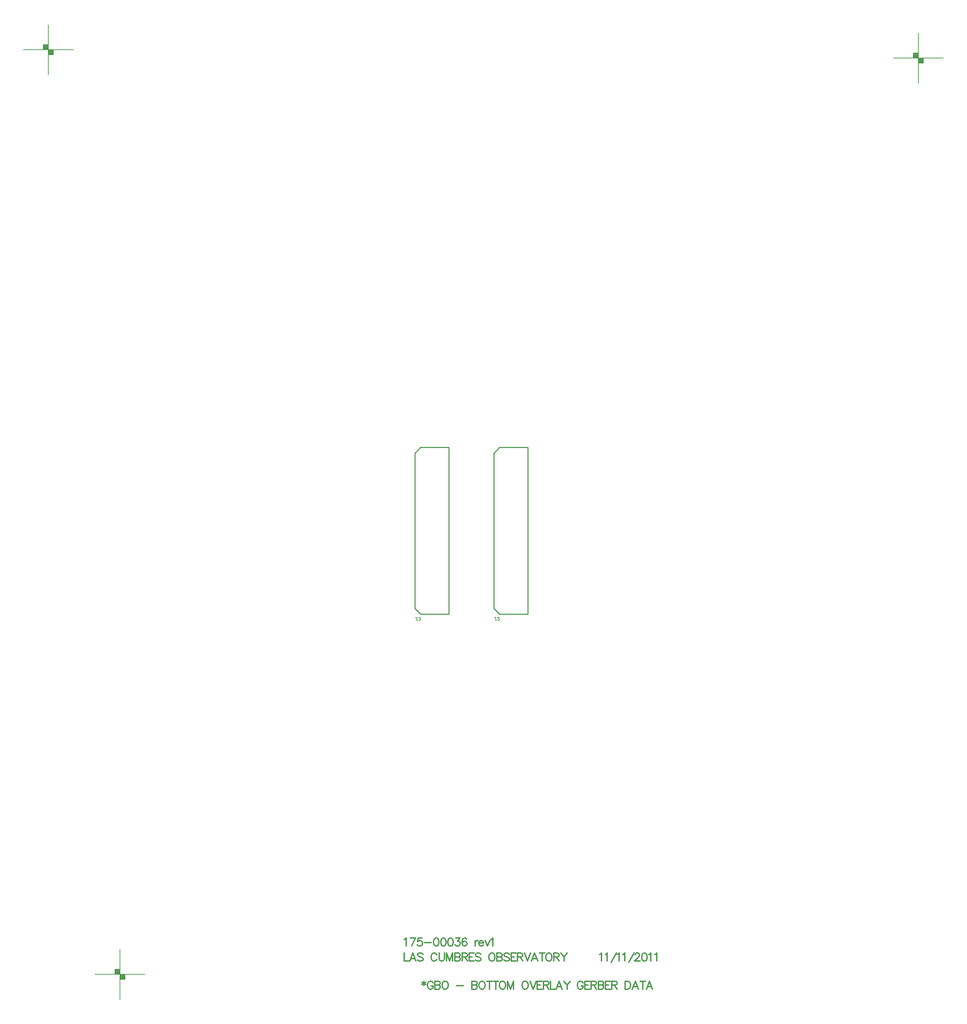
<source format=gbo>
%FSLAX23Y23*%
%MOIN*%
G70*
G01*
G75*
G04 Layer_Color=32896*
%ADD10R,0.020X0.024*%
%ADD11R,0.025X0.100*%
%ADD12R,0.057X0.012*%
%ADD13R,0.025X0.185*%
%ADD14R,0.024X0.020*%
%ADD15R,0.050X0.050*%
%ADD16R,0.050X0.050*%
%ADD17C,0.005*%
%ADD18C,0.010*%
%ADD19C,0.012*%
%ADD20C,0.008*%
%ADD21C,0.012*%
%ADD22C,0.012*%
%ADD23C,0.200*%
%ADD24C,0.039*%
%ADD25C,0.059*%
%ADD26R,0.059X0.059*%
%ADD27R,0.059X0.059*%
%ADD28C,0.020*%
%ADD29C,0.080*%
%ADD30C,0.010*%
%ADD31C,0.040*%
%ADD32C,0.160*%
%ADD33C,0.080*%
%ADD34C,0.075*%
G04:AMPARAMS|DCode=35|XSize=108mil|YSize=108mil|CornerRadius=0mil|HoleSize=0mil|Usage=FLASHONLY|Rotation=0.000|XOffset=0mil|YOffset=0mil|HoleType=Round|Shape=Relief|Width=20mil|Gap=8mil|Entries=4|*
%AMTHD35*
7,0,0,0.108,0.092,0.020,45*
%
%ADD35THD35*%
G04:AMPARAMS|DCode=36|XSize=91.433mil|YSize=91.433mil|CornerRadius=0mil|HoleSize=0mil|Usage=FLASHONLY|Rotation=0.000|XOffset=0mil|YOffset=0mil|HoleType=Round|Shape=Relief|Width=20mil|Gap=8mil|Entries=4|*
%AMTHD36*
7,0,0,0.091,0.075,0.020,45*
%
%ADD36THD36*%
%ADD37C,0.092*%
%ADD38C,0.046*%
G04:AMPARAMS|DCode=39|XSize=66mil|YSize=66mil|CornerRadius=0mil|HoleSize=0mil|Usage=FLASHONLY|Rotation=0.000|XOffset=0mil|YOffset=0mil|HoleType=Round|Shape=Relief|Width=20mil|Gap=8mil|Entries=4|*
%AMTHD39*
7,0,0,0.066,0.050,0.020,45*
%
%ADD39THD39*%
%ADD40C,0.050*%
G04:AMPARAMS|DCode=41|XSize=62mil|YSize=62mil|CornerRadius=0mil|HoleSize=0mil|Usage=FLASHONLY|Rotation=0.000|XOffset=0mil|YOffset=0mil|HoleType=Round|Shape=Relief|Width=20mil|Gap=8mil|Entries=4|*
%AMTHD41*
7,0,0,0.062,0.046,0.020,45*
%
%ADD41THD41*%
%ADD42R,0.017X0.100*%
%ADD43R,0.017X0.185*%
%ADD44R,0.089X0.011*%
%ADD45C,0.008*%
%ADD46C,0.010*%
%ADD47C,0.007*%
%ADD48R,0.209X0.156*%
%ADD49R,0.026X0.030*%
%ADD50R,0.031X0.106*%
%ADD51R,0.061X0.016*%
%ADD52R,0.031X0.191*%
%ADD53R,0.030X0.026*%
%ADD54R,0.056X0.056*%
%ADD55R,0.056X0.056*%
%ADD56C,0.206*%
%ADD57C,0.045*%
%ADD58C,0.065*%
%ADD59R,0.065X0.065*%
%ADD60R,0.065X0.065*%
%ADD61C,0.060*%
%ADD62C,0.086*%
%ADD63C,0.016*%
%ADD64C,0.026*%
%ADD65R,1.675X0.450*%
%ADD66R,0.021X0.104*%
%ADD67R,0.021X0.189*%
%ADD68R,0.023X0.191*%
%ADD69R,0.093X0.015*%
%ADD70R,0.093X0.015*%
D17*
X30216Y19143D02*
X30206D01*
X30211D01*
Y19168D01*
X30206Y19173D01*
X30201D01*
X30196Y19168D01*
X30226Y19148D02*
X30231Y19143D01*
X30241D01*
X30246Y19148D01*
Y19153D01*
X30241Y19158D01*
X30236D01*
X30241D01*
X30246Y19163D01*
Y19168D01*
X30241Y19173D01*
X30231D01*
X30226Y19168D01*
X31006Y19143D02*
X30996D01*
X31001D01*
Y19168D01*
X30996Y19173D01*
X30991D01*
X30986Y19168D01*
X31036Y19173D02*
X31016D01*
X31036Y19153D01*
Y19148D01*
X31031Y19143D01*
X31021D01*
X31016Y19148D01*
D18*
X30248Y19207D02*
X30530D01*
X30191Y19264D02*
X30248Y19207D01*
X30191Y19264D02*
Y20814D01*
X30248Y20871D02*
X30530D01*
X30191Y20814D02*
X30248Y20871D01*
X30191Y20814D02*
X30247Y20871D01*
X30530Y19207D02*
Y20871D01*
X31038Y19207D02*
X31320D01*
X30981Y19264D02*
X31038Y19207D01*
X30981Y19264D02*
Y20814D01*
X31038Y20871D02*
X31320D01*
X30981Y20814D02*
X31038Y20871D01*
X30981Y20814D02*
X31037Y20871D01*
X31320Y19207D02*
Y20871D01*
D19*
X30280Y15537D02*
Y15491D01*
X30261Y15526D02*
X30299Y15503D01*
Y15526D02*
X30261Y15503D01*
X30373Y15518D02*
X30369Y15526D01*
X30361Y15533D01*
X30354Y15537D01*
X30339D01*
X30331Y15533D01*
X30323Y15526D01*
X30319Y15518D01*
X30316Y15507D01*
Y15488D01*
X30319Y15476D01*
X30323Y15469D01*
X30331Y15461D01*
X30339Y15457D01*
X30354D01*
X30361Y15461D01*
X30369Y15469D01*
X30373Y15476D01*
Y15488D01*
X30354D02*
X30373D01*
X30391Y15537D02*
Y15457D01*
Y15537D02*
X30425D01*
X30437Y15533D01*
X30441Y15530D01*
X30444Y15522D01*
Y15514D01*
X30441Y15507D01*
X30437Y15503D01*
X30425Y15499D01*
X30391D02*
X30425D01*
X30437Y15495D01*
X30441Y15491D01*
X30444Y15484D01*
Y15472D01*
X30441Y15465D01*
X30437Y15461D01*
X30425Y15457D01*
X30391D01*
X30485Y15537D02*
X30478Y15533D01*
X30470Y15526D01*
X30466Y15518D01*
X30462Y15507D01*
Y15488D01*
X30466Y15476D01*
X30470Y15469D01*
X30478Y15461D01*
X30485Y15457D01*
X30500D01*
X30508Y15461D01*
X30516Y15469D01*
X30519Y15476D01*
X30523Y15488D01*
Y15507D01*
X30519Y15518D01*
X30516Y15526D01*
X30508Y15533D01*
X30500Y15537D01*
X30485D01*
X30605Y15491D02*
X30673D01*
X30760Y15537D02*
Y15457D01*
Y15537D02*
X30794D01*
X30805Y15533D01*
X30809Y15530D01*
X30813Y15522D01*
Y15514D01*
X30809Y15507D01*
X30805Y15503D01*
X30794Y15499D01*
X30760D02*
X30794D01*
X30805Y15495D01*
X30809Y15491D01*
X30813Y15484D01*
Y15472D01*
X30809Y15465D01*
X30805Y15461D01*
X30794Y15457D01*
X30760D01*
X30854Y15537D02*
X30846Y15533D01*
X30839Y15526D01*
X30835Y15518D01*
X30831Y15507D01*
Y15488D01*
X30835Y15476D01*
X30839Y15469D01*
X30846Y15461D01*
X30854Y15457D01*
X30869D01*
X30877Y15461D01*
X30884Y15469D01*
X30888Y15476D01*
X30892Y15488D01*
Y15507D01*
X30888Y15518D01*
X30884Y15526D01*
X30877Y15533D01*
X30869Y15537D01*
X30854D01*
X30937D02*
Y15457D01*
X30911Y15537D02*
X30964D01*
X31000D02*
Y15457D01*
X30973Y15537D02*
X31027D01*
X31059D02*
X31051Y15533D01*
X31044Y15526D01*
X31040Y15518D01*
X31036Y15507D01*
Y15488D01*
X31040Y15476D01*
X31044Y15469D01*
X31051Y15461D01*
X31059Y15457D01*
X31074D01*
X31082Y15461D01*
X31090Y15469D01*
X31093Y15476D01*
X31097Y15488D01*
Y15507D01*
X31093Y15518D01*
X31090Y15526D01*
X31082Y15533D01*
X31074Y15537D01*
X31059D01*
X31116D02*
Y15457D01*
Y15537D02*
X31146Y15457D01*
X31177Y15537D02*
X31146Y15457D01*
X31177Y15537D02*
Y15457D01*
X31285Y15537D02*
X31278Y15533D01*
X31270Y15526D01*
X31266Y15518D01*
X31262Y15507D01*
Y15488D01*
X31266Y15476D01*
X31270Y15469D01*
X31278Y15461D01*
X31285Y15457D01*
X31301D01*
X31308Y15461D01*
X31316Y15469D01*
X31320Y15476D01*
X31323Y15488D01*
Y15507D01*
X31320Y15518D01*
X31316Y15526D01*
X31308Y15533D01*
X31301Y15537D01*
X31285D01*
X31342D02*
X31373Y15457D01*
X31403Y15537D02*
X31373Y15457D01*
X31463Y15537D02*
X31413D01*
Y15457D01*
X31463D01*
X31413Y15499D02*
X31444D01*
X31476Y15537D02*
Y15457D01*
Y15537D02*
X31510D01*
X31522Y15533D01*
X31526Y15530D01*
X31529Y15522D01*
Y15514D01*
X31526Y15507D01*
X31522Y15503D01*
X31510Y15499D01*
X31476D01*
X31503D02*
X31529Y15457D01*
X31547Y15537D02*
Y15457D01*
X31593D01*
X31663D02*
X31632Y15537D01*
X31602Y15457D01*
X31613Y15484D02*
X31651D01*
X31681Y15537D02*
X31712Y15499D01*
Y15457D01*
X31742Y15537D02*
X31712Y15499D01*
X31873Y15518D02*
X31869Y15526D01*
X31861Y15533D01*
X31854Y15537D01*
X31838D01*
X31831Y15533D01*
X31823Y15526D01*
X31819Y15518D01*
X31816Y15507D01*
Y15488D01*
X31819Y15476D01*
X31823Y15469D01*
X31831Y15461D01*
X31838Y15457D01*
X31854D01*
X31861Y15461D01*
X31869Y15469D01*
X31873Y15476D01*
Y15488D01*
X31854D02*
X31873D01*
X31940Y15537D02*
X31891D01*
Y15457D01*
X31940D01*
X31891Y15499D02*
X31921D01*
X31954Y15537D02*
Y15457D01*
Y15537D02*
X31988D01*
X31999Y15533D01*
X32003Y15530D01*
X32007Y15522D01*
Y15514D01*
X32003Y15507D01*
X31999Y15503D01*
X31988Y15499D01*
X31954D01*
X31980D02*
X32007Y15457D01*
X32025Y15537D02*
Y15457D01*
Y15537D02*
X32059D01*
X32071Y15533D01*
X32075Y15530D01*
X32078Y15522D01*
Y15514D01*
X32075Y15507D01*
X32071Y15503D01*
X32059Y15499D01*
X32025D02*
X32059D01*
X32071Y15495D01*
X32075Y15491D01*
X32078Y15484D01*
Y15472D01*
X32075Y15465D01*
X32071Y15461D01*
X32059Y15457D01*
X32025D01*
X32146Y15537D02*
X32096D01*
Y15457D01*
X32146D01*
X32096Y15499D02*
X32127D01*
X32159Y15537D02*
Y15457D01*
Y15537D02*
X32193D01*
X32205Y15533D01*
X32209Y15530D01*
X32212Y15522D01*
Y15514D01*
X32209Y15507D01*
X32205Y15503D01*
X32193Y15499D01*
X32159D01*
X32186D02*
X32212Y15457D01*
X32293Y15537D02*
Y15457D01*
Y15537D02*
X32320D01*
X32331Y15533D01*
X32339Y15526D01*
X32343Y15518D01*
X32346Y15507D01*
Y15488D01*
X32343Y15476D01*
X32339Y15469D01*
X32331Y15461D01*
X32320Y15457D01*
X32293D01*
X32425D02*
X32395Y15537D01*
X32364Y15457D01*
X32376Y15484D02*
X32414D01*
X32471Y15537D02*
Y15457D01*
X32444Y15537D02*
X32497D01*
X32568Y15457D02*
X32537Y15537D01*
X32507Y15457D01*
X32518Y15484D02*
X32556D01*
D20*
X27210Y15632D02*
X27220D01*
X27210Y15627D02*
Y15637D01*
Y15627D02*
X27220D01*
Y15637D01*
X27210D02*
X27220D01*
X27205Y15622D02*
Y15637D01*
Y15622D02*
X27225D01*
Y15642D01*
X27205D02*
X27225D01*
X27200Y15617D02*
Y15642D01*
Y15617D02*
X27230D01*
Y15647D01*
X27200D02*
X27230D01*
X27195Y15612D02*
Y15652D01*
Y15612D02*
X27235D01*
Y15652D01*
X27195D02*
X27235D01*
X27260Y15582D02*
X27270D01*
X27260Y15577D02*
Y15587D01*
Y15577D02*
X27270D01*
Y15587D01*
X27260D02*
X27270D01*
X27255Y15572D02*
Y15587D01*
Y15572D02*
X27275D01*
Y15592D01*
X27255D02*
X27275D01*
X27250Y15567D02*
Y15592D01*
Y15567D02*
X27280D01*
Y15597D01*
X27250D02*
X27280D01*
X27245Y15562D02*
Y15602D01*
Y15562D02*
X27285D01*
Y15602D01*
X27245D02*
X27285D01*
X27240Y15557D02*
X27290D01*
Y15607D01*
X27190Y15657D02*
X27240D01*
X27190Y15607D02*
Y15657D01*
X27240Y15357D02*
Y15857D01*
X26990Y15607D02*
X27490D01*
X35198Y24788D02*
X35208D01*
X35198Y24783D02*
Y24793D01*
Y24783D02*
X35208D01*
Y24793D01*
X35198D02*
X35208D01*
X35193Y24778D02*
Y24793D01*
Y24778D02*
X35213D01*
Y24798D01*
X35193D02*
X35213D01*
X35188Y24773D02*
Y24798D01*
Y24773D02*
X35218D01*
Y24803D01*
X35188D02*
X35218D01*
X35183Y24768D02*
Y24808D01*
Y24768D02*
X35223D01*
Y24808D01*
X35183D02*
X35223D01*
X35248Y24738D02*
X35258D01*
X35248Y24733D02*
Y24743D01*
Y24733D02*
X35258D01*
Y24743D01*
X35248D02*
X35258D01*
X35243Y24728D02*
Y24743D01*
Y24728D02*
X35263D01*
Y24748D01*
X35243D02*
X35263D01*
X35238Y24723D02*
Y24748D01*
Y24723D02*
X35268D01*
Y24753D01*
X35238D02*
X35268D01*
X35233Y24718D02*
Y24758D01*
Y24718D02*
X35273D01*
Y24758D01*
X35233D02*
X35273D01*
X35228Y24713D02*
X35278D01*
Y24763D01*
X35178Y24813D02*
X35228D01*
X35178Y24763D02*
Y24813D01*
X35228Y24513D02*
Y25013D01*
X34978Y24763D02*
X35478D01*
X26494Y24871D02*
X26504D01*
X26494Y24866D02*
Y24876D01*
Y24866D02*
X26504D01*
Y24876D01*
X26494D02*
X26504D01*
X26489Y24861D02*
Y24876D01*
Y24861D02*
X26509D01*
Y24881D01*
X26489D02*
X26509D01*
X26484Y24856D02*
Y24881D01*
Y24856D02*
X26514D01*
Y24886D01*
X26484D02*
X26514D01*
X26479Y24851D02*
Y24891D01*
Y24851D02*
X26519D01*
Y24891D01*
X26479D02*
X26519D01*
X26544Y24821D02*
X26554D01*
X26544Y24816D02*
Y24826D01*
Y24816D02*
X26554D01*
Y24826D01*
X26544D02*
X26554D01*
X26539Y24811D02*
Y24826D01*
Y24811D02*
X26559D01*
Y24831D01*
X26539D02*
X26559D01*
X26534Y24806D02*
Y24831D01*
Y24806D02*
X26564D01*
Y24836D01*
X26534D02*
X26564D01*
X26529Y24801D02*
Y24841D01*
Y24801D02*
X26569D01*
Y24841D01*
X26529D02*
X26569D01*
X26524Y24796D02*
X26574D01*
Y24846D01*
X26474Y24896D02*
X26524D01*
X26474Y24846D02*
Y24896D01*
X26524Y24596D02*
Y25096D01*
X26274Y24846D02*
X26774D01*
D21*
X30084Y15818D02*
Y15738D01*
X30130D01*
X30200D02*
X30169Y15818D01*
X30139Y15738D01*
X30150Y15764D02*
X30188D01*
X30272Y15806D02*
X30264Y15814D01*
X30253Y15818D01*
X30237D01*
X30226Y15814D01*
X30218Y15806D01*
Y15799D01*
X30222Y15791D01*
X30226Y15787D01*
X30234Y15783D01*
X30256Y15776D01*
X30264Y15772D01*
X30268Y15768D01*
X30272Y15761D01*
Y15749D01*
X30264Y15742D01*
X30253Y15738D01*
X30237D01*
X30226Y15742D01*
X30218Y15749D01*
X30409Y15799D02*
X30406Y15806D01*
X30398Y15814D01*
X30390Y15818D01*
X30375D01*
X30368Y15814D01*
X30360Y15806D01*
X30356Y15799D01*
X30352Y15787D01*
Y15768D01*
X30356Y15757D01*
X30360Y15749D01*
X30368Y15742D01*
X30375Y15738D01*
X30390D01*
X30398Y15742D01*
X30406Y15749D01*
X30409Y15757D01*
X30432Y15818D02*
Y15761D01*
X30436Y15749D01*
X30443Y15742D01*
X30455Y15738D01*
X30462D01*
X30474Y15742D01*
X30481Y15749D01*
X30485Y15761D01*
Y15818D01*
X30507D02*
Y15738D01*
Y15818D02*
X30538Y15738D01*
X30568Y15818D02*
X30538Y15738D01*
X30568Y15818D02*
Y15738D01*
X30591Y15818D02*
Y15738D01*
Y15818D02*
X30625D01*
X30637Y15814D01*
X30641Y15810D01*
X30644Y15803D01*
Y15795D01*
X30641Y15787D01*
X30637Y15783D01*
X30625Y15780D01*
X30591D02*
X30625D01*
X30637Y15776D01*
X30641Y15772D01*
X30644Y15764D01*
Y15753D01*
X30641Y15745D01*
X30637Y15742D01*
X30625Y15738D01*
X30591D01*
X30662Y15818D02*
Y15738D01*
Y15818D02*
X30697D01*
X30708Y15814D01*
X30712Y15810D01*
X30716Y15803D01*
Y15795D01*
X30712Y15787D01*
X30708Y15783D01*
X30697Y15780D01*
X30662D01*
X30689D02*
X30716Y15738D01*
X30783Y15818D02*
X30734D01*
Y15738D01*
X30783D01*
X30734Y15780D02*
X30764D01*
X30850Y15806D02*
X30842Y15814D01*
X30831Y15818D01*
X30815D01*
X30804Y15814D01*
X30796Y15806D01*
Y15799D01*
X30800Y15791D01*
X30804Y15787D01*
X30812Y15783D01*
X30835Y15776D01*
X30842Y15772D01*
X30846Y15768D01*
X30850Y15761D01*
Y15749D01*
X30842Y15742D01*
X30831Y15738D01*
X30815D01*
X30804Y15742D01*
X30796Y15749D01*
X30953Y15818D02*
X30946Y15814D01*
X30938Y15806D01*
X30934Y15799D01*
X30931Y15787D01*
Y15768D01*
X30934Y15757D01*
X30938Y15749D01*
X30946Y15742D01*
X30953Y15738D01*
X30969D01*
X30976Y15742D01*
X30984Y15749D01*
X30988Y15757D01*
X30991Y15768D01*
Y15787D01*
X30988Y15799D01*
X30984Y15806D01*
X30976Y15814D01*
X30969Y15818D01*
X30953D01*
X31010D02*
Y15738D01*
Y15818D02*
X31044D01*
X31056Y15814D01*
X31060Y15810D01*
X31063Y15803D01*
Y15795D01*
X31060Y15787D01*
X31056Y15783D01*
X31044Y15780D01*
X31010D02*
X31044D01*
X31056Y15776D01*
X31060Y15772D01*
X31063Y15764D01*
Y15753D01*
X31060Y15745D01*
X31056Y15742D01*
X31044Y15738D01*
X31010D01*
X31135Y15806D02*
X31127Y15814D01*
X31116Y15818D01*
X31100D01*
X31089Y15814D01*
X31081Y15806D01*
Y15799D01*
X31085Y15791D01*
X31089Y15787D01*
X31097Y15783D01*
X31119Y15776D01*
X31127Y15772D01*
X31131Y15768D01*
X31135Y15761D01*
Y15749D01*
X31127Y15742D01*
X31116Y15738D01*
X31100D01*
X31089Y15742D01*
X31081Y15749D01*
X31202Y15818D02*
X31153D01*
Y15738D01*
X31202D01*
X31153Y15780D02*
X31183D01*
X31215Y15818D02*
Y15738D01*
Y15818D02*
X31250D01*
X31261Y15814D01*
X31265Y15810D01*
X31269Y15803D01*
Y15795D01*
X31265Y15787D01*
X31261Y15783D01*
X31250Y15780D01*
X31215D01*
X31242D02*
X31269Y15738D01*
X31287Y15818D02*
X31317Y15738D01*
X31348Y15818D02*
X31317Y15738D01*
X31419D02*
X31388Y15818D01*
X31358Y15738D01*
X31369Y15764D02*
X31407D01*
X31464Y15818D02*
Y15738D01*
X31437Y15818D02*
X31491D01*
X31523D02*
X31516Y15814D01*
X31508Y15806D01*
X31504Y15799D01*
X31500Y15787D01*
Y15768D01*
X31504Y15757D01*
X31508Y15749D01*
X31516Y15742D01*
X31523Y15738D01*
X31538D01*
X31546Y15742D01*
X31554Y15749D01*
X31557Y15757D01*
X31561Y15768D01*
Y15787D01*
X31557Y15799D01*
X31554Y15806D01*
X31546Y15814D01*
X31538Y15818D01*
X31523D01*
X31580D02*
Y15738D01*
Y15818D02*
X31614D01*
X31626Y15814D01*
X31629Y15810D01*
X31633Y15803D01*
Y15795D01*
X31629Y15787D01*
X31626Y15783D01*
X31614Y15780D01*
X31580D01*
X31607D02*
X31633Y15738D01*
X31651Y15818D02*
X31682Y15780D01*
Y15738D01*
X31712Y15818D02*
X31682Y15780D01*
X32037Y15803D02*
X32044Y15806D01*
X32056Y15818D01*
Y15738D01*
X32095Y15803D02*
X32103Y15806D01*
X32114Y15818D01*
Y15738D01*
X32154Y15726D02*
X32207Y15818D01*
X32213Y15803D02*
X32220Y15806D01*
X32232Y15818D01*
Y15738D01*
X32271Y15803D02*
X32279Y15806D01*
X32290Y15818D01*
Y15738D01*
X32330Y15726D02*
X32383Y15818D01*
X32392Y15799D02*
Y15803D01*
X32396Y15810D01*
X32400Y15814D01*
X32408Y15818D01*
X32423D01*
X32430Y15814D01*
X32434Y15810D01*
X32438Y15803D01*
Y15795D01*
X32434Y15787D01*
X32427Y15776D01*
X32388Y15738D01*
X32442D01*
X32483Y15818D02*
X32471Y15814D01*
X32464Y15803D01*
X32460Y15783D01*
Y15772D01*
X32464Y15753D01*
X32471Y15742D01*
X32483Y15738D01*
X32490D01*
X32502Y15742D01*
X32509Y15753D01*
X32513Y15772D01*
Y15783D01*
X32509Y15803D01*
X32502Y15814D01*
X32490Y15818D01*
X32483D01*
X32531Y15803D02*
X32539Y15806D01*
X32550Y15818D01*
Y15738D01*
X32590Y15803D02*
X32597Y15806D01*
X32609Y15818D01*
Y15738D01*
D22*
X30084Y15953D02*
X30092Y15956D01*
X30103Y15968D01*
Y15888D01*
X30196Y15968D02*
X30158Y15888D01*
X30143Y15968D02*
X30196D01*
X30260D02*
X30222D01*
X30218Y15933D01*
X30222Y15937D01*
X30233Y15941D01*
X30245D01*
X30256Y15937D01*
X30264Y15930D01*
X30267Y15918D01*
Y15911D01*
X30264Y15899D01*
X30256Y15892D01*
X30245Y15888D01*
X30233D01*
X30222Y15892D01*
X30218Y15895D01*
X30214Y15903D01*
X30285Y15922D02*
X30354D01*
X30400Y15968D02*
X30389Y15964D01*
X30381Y15953D01*
X30377Y15933D01*
Y15922D01*
X30381Y15903D01*
X30389Y15892D01*
X30400Y15888D01*
X30408D01*
X30419Y15892D01*
X30427Y15903D01*
X30431Y15922D01*
Y15933D01*
X30427Y15953D01*
X30419Y15964D01*
X30408Y15968D01*
X30400D01*
X30472D02*
X30460Y15964D01*
X30453Y15953D01*
X30449Y15933D01*
Y15922D01*
X30453Y15903D01*
X30460Y15892D01*
X30472Y15888D01*
X30479D01*
X30491Y15892D01*
X30498Y15903D01*
X30502Y15922D01*
Y15933D01*
X30498Y15953D01*
X30491Y15964D01*
X30479Y15968D01*
X30472D01*
X30543D02*
X30531Y15964D01*
X30524Y15953D01*
X30520Y15933D01*
Y15922D01*
X30524Y15903D01*
X30531Y15892D01*
X30543Y15888D01*
X30550D01*
X30562Y15892D01*
X30569Y15903D01*
X30573Y15922D01*
Y15933D01*
X30569Y15953D01*
X30562Y15964D01*
X30550Y15968D01*
X30543D01*
X30599D02*
X30641D01*
X30618Y15937D01*
X30629D01*
X30637Y15933D01*
X30641Y15930D01*
X30644Y15918D01*
Y15911D01*
X30641Y15899D01*
X30633Y15892D01*
X30622Y15888D01*
X30610D01*
X30599Y15892D01*
X30595Y15895D01*
X30591Y15903D01*
X30708Y15956D02*
X30704Y15964D01*
X30693Y15968D01*
X30685D01*
X30674Y15964D01*
X30666Y15953D01*
X30662Y15933D01*
Y15914D01*
X30666Y15899D01*
X30674Y15892D01*
X30685Y15888D01*
X30689D01*
X30700Y15892D01*
X30708Y15899D01*
X30712Y15911D01*
Y15914D01*
X30708Y15926D01*
X30700Y15933D01*
X30689Y15937D01*
X30685D01*
X30674Y15933D01*
X30666Y15926D01*
X30662Y15914D01*
X30792Y15941D02*
Y15888D01*
Y15918D02*
X30796Y15930D01*
X30804Y15937D01*
X30811Y15941D01*
X30823D01*
X30830Y15918D02*
X30876D01*
Y15926D01*
X30872Y15933D01*
X30868Y15937D01*
X30860Y15941D01*
X30849D01*
X30841Y15937D01*
X30834Y15930D01*
X30830Y15918D01*
Y15911D01*
X30834Y15899D01*
X30841Y15892D01*
X30849Y15888D01*
X30860D01*
X30868Y15892D01*
X30876Y15899D01*
X30893Y15941D02*
X30916Y15888D01*
X30939Y15941D02*
X30916Y15888D01*
X30951Y15953D02*
X30959Y15956D01*
X30971Y15968D01*
Y15888D01*
M02*

</source>
